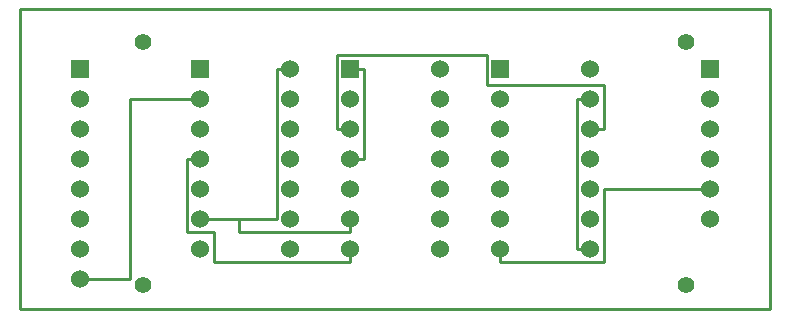
<source format=gbr>
G04 start of page 7 for group 5 idx 5 *
G04 Title: (unknown), bottom *
G04 Creator: pcb 4.2.2 *
G04 CreationDate: Sat Jul 27 20:57:17 2024 UTC *
G04 For: electronics *
G04 Format: Gerber/RS-274X *
G04 PCB-Dimensions (mil): 2500.00 1000.00 *
G04 PCB-Coordinate-Origin: lower left *
%MOIN*%
%FSLAX25Y25*%
%LNBOTTOM*%
%ADD52C,0.0280*%
%ADD51C,0.0380*%
%ADD50C,0.0300*%
%ADD49C,0.0560*%
%ADD48C,0.0600*%
%ADD47C,0.0001*%
%ADD46C,0.0100*%
G54D46*X0Y100000D02*Y0D01*
Y100000D02*X250000D01*
X0Y0D02*X250000D01*
Y100000D02*Y0D01*
X110000Y20000D02*Y15500D01*
X64500D01*
X72750Y30000D02*Y25500D01*
X110000D02*X72750D01*
X110000Y30000D02*Y25500D01*
X85500Y30000D02*X60000D01*
X194500Y15500D02*X160000D01*
X36700Y10000D02*X20000D01*
X64500Y25500D02*Y15500D01*
Y25500D02*X55500D01*
Y50000D02*Y25500D01*
X60000Y50000D02*X55500D01*
X36700Y70000D02*Y10000D01*
X60000Y70000D02*X36700D01*
X110000Y60000D02*X105500D01*
X114500Y80000D02*Y50000D01*
X110000D01*
X105500Y84500D02*Y60000D01*
X85500Y80000D02*Y30000D01*
X90000Y80000D02*X85500D01*
X155500Y84500D02*X105500D01*
X155500D02*Y74500D01*
X194500D02*X155500D01*
X194500D02*Y60000D01*
X190000D01*
X114500Y80000D02*X110000D01*
X230000Y40000D02*X194500D01*
Y15500D01*
X160000Y20000D02*Y15500D01*
X190000Y20000D02*X185500D01*
Y70000D02*Y20000D01*
X190000Y70000D02*X185500D01*
G54D47*G36*
X227000Y83000D02*Y77000D01*
X233000D01*
Y83000D01*
X227000D01*
G37*
G54D48*X230000Y70000D03*
Y60000D03*
Y50000D03*
Y40000D03*
Y30000D03*
X20000Y50000D03*
Y40000D03*
Y30000D03*
Y20000D03*
G54D47*G36*
X17000Y83000D02*Y77000D01*
X23000D01*
Y83000D01*
X17000D01*
G37*
G54D48*X20000Y70000D03*
Y60000D03*
Y10000D03*
G54D47*G36*
X57000Y83000D02*Y77000D01*
X63000D01*
Y83000D01*
X57000D01*
G37*
G54D48*X60000Y70000D03*
Y60000D03*
Y50000D03*
X90000D03*
Y60000D03*
Y70000D03*
Y80000D03*
G54D47*G36*
X107000Y83000D02*Y77000D01*
X113000D01*
Y83000D01*
X107000D01*
G37*
G54D48*X110000Y70000D03*
X60000Y40000D03*
X90000D03*
X140000D03*
Y50000D03*
X60000Y30000D03*
Y20000D03*
X90000D03*
Y30000D03*
X140000Y20000D03*
Y30000D03*
X110000Y50000D03*
Y40000D03*
Y30000D03*
Y20000D03*
X190000D03*
Y30000D03*
Y40000D03*
Y50000D03*
Y60000D03*
Y70000D03*
Y80000D03*
X110000Y60000D03*
X140000D03*
Y70000D03*
Y80000D03*
G54D47*G36*
X157000Y83000D02*Y77000D01*
X163000D01*
Y83000D01*
X157000D01*
G37*
G54D48*X160000Y70000D03*
Y60000D03*
Y50000D03*
Y40000D03*
Y30000D03*
Y20000D03*
G54D49*X41000Y8000D03*
Y89000D03*
X222000Y8000D03*
Y89000D03*
G54D50*G54D51*G54D52*M02*

</source>
